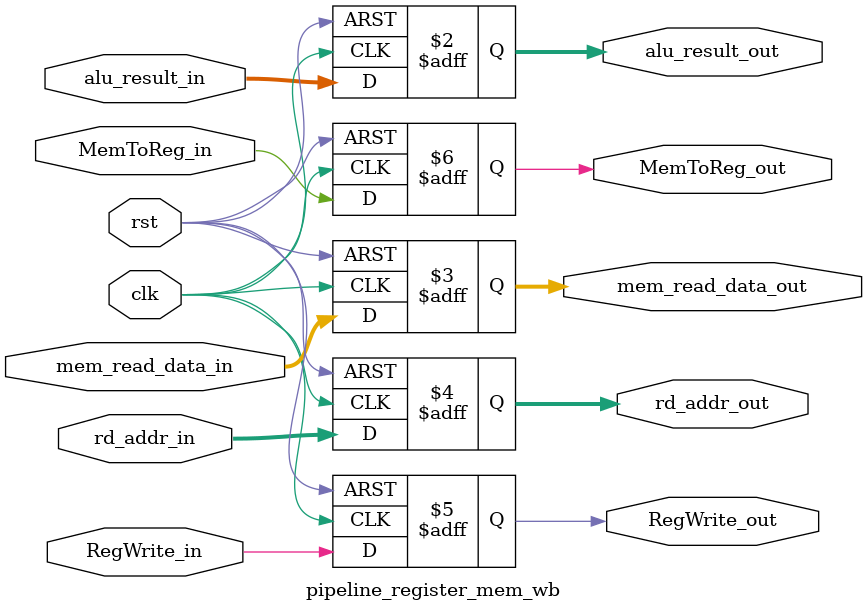
<source format=v>
`timescale 1ns / 1ps

module pipeline_register_mem_wb (
    input clk, rst,
    // Data Inputs
    input [31:0] alu_result_in, mem_read_data_in,
    input [4:0]  rd_addr_in,
    // Control Inputs
    input RegWrite_in, MemToReg_in,
    // Data Outputs
    output reg [31:0] alu_result_out, mem_read_data_out,
    output reg [4:0]  rd_addr_out,
    // Control Outputs
    output reg RegWrite_out, MemToReg_out
);
    always @(posedge clk or posedge rst) begin
        if (rst) begin
            alu_result_out <= 0; mem_read_data_out <= 0; rd_addr_out <= 0;
            RegWrite_out <= 0; MemToReg_out <= 0;
        end else begin
            alu_result_out <= alu_result_in;
            mem_read_data_out <= mem_read_data_in; rd_addr_out <= rd_addr_in;
            RegWrite_out <= RegWrite_in; MemToReg_out <= MemToReg_in;
        end
    end
endmodule

</source>
